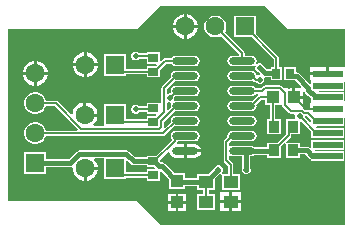
<source format=gtl>
G04*
G04 #@! TF.GenerationSoftware,Altium Limited,Altium Designer,22.6.1 (34)*
G04*
G04 Layer_Physical_Order=1*
G04 Layer_Color=255*
%FSLAX25Y25*%
%MOIN*%
G70*
G04*
G04 #@! TF.SameCoordinates,6A0AF7E6-2655-45A2-AC58-E928B373DE11*
G04*
G04*
G04 #@! TF.FilePolarity,Positive*
G04*
G01*
G75*
%ADD11C,0.01575*%
%ADD12C,0.00787*%
%ADD20R,0.05118X0.04331*%
%ADD24R,0.09843X0.02362*%
%ADD25R,0.02756X0.03347*%
%ADD26R,0.04331X0.04331*%
%ADD27R,0.03543X0.03937*%
%ADD28O,0.08661X0.02362*%
%ADD29R,0.03347X0.02756*%
%ADD30R,0.04331X0.04331*%
%ADD31R,0.06299X0.06299*%
%ADD32C,0.06299*%
%ADD33R,0.06299X0.06299*%
%ADD34C,0.01968*%
G36*
X467860Y396993D02*
X468155Y396796D01*
X468504Y396727D01*
X487278D01*
Y384547D01*
X487220Y384071D01*
X486778Y384071D01*
X481799D01*
Y381890D01*
X481299D01*
Y381390D01*
X475378D01*
Y379709D01*
X475409D01*
X475878Y379634D01*
X475878Y378752D01*
X475378Y378545D01*
X471991Y381932D01*
X471565Y382217D01*
X471063Y382317D01*
X470677D01*
Y384063D01*
X466921D01*
Y379716D01*
X469263D01*
X469390Y379691D01*
X470519D01*
X472567Y377643D01*
X472376Y377181D01*
X470579D01*
Y374516D01*
X473244D01*
Y375650D01*
X473744Y375801D01*
X473891Y375582D01*
X474917Y374556D01*
X475342Y374271D01*
X475473Y374246D01*
X475878Y373840D01*
Y372335D01*
X475409Y372260D01*
X475378D01*
Y370109D01*
X474909Y369703D01*
X473860D01*
X473396Y370166D01*
X473120Y370350D01*
X473113Y370388D01*
X473237Y370850D01*
X473244D01*
Y373516D01*
X470079D01*
Y374016D01*
X469579D01*
Y377181D01*
X466913D01*
X466913Y377181D01*
Y377181D01*
X466500Y377391D01*
X466172Y377719D01*
X465876Y377917D01*
X465528Y377986D01*
X460457D01*
X460108Y377917D01*
X459812Y377719D01*
X459146Y377053D01*
X457318D01*
X457118Y377354D01*
X456561Y377725D01*
X455905Y377856D01*
X449606D01*
X448950Y377725D01*
X448394Y377354D01*
X448023Y376798D01*
X447892Y376142D01*
X448023Y375486D01*
X448394Y374930D01*
X448950Y374558D01*
X449606Y374428D01*
X455905D01*
X456561Y374558D01*
X457118Y374930D01*
X457318Y375231D01*
X458089D01*
X458197Y375036D01*
X458241Y374730D01*
X458135Y374660D01*
X456260Y372785D01*
X455905Y372856D01*
X449606D01*
X448950Y372725D01*
X448394Y372354D01*
X448023Y371798D01*
X447892Y371142D01*
X448023Y370486D01*
X448394Y369930D01*
X448950Y369558D01*
X449606Y369428D01*
X455905D01*
X456561Y369558D01*
X457118Y369930D01*
X457489Y370486D01*
X457619Y371142D01*
X457549Y371497D01*
X459157Y373105D01*
X460327D01*
Y371350D01*
X462081D01*
Y366642D01*
X461114D01*
Y361705D01*
X465658D01*
Y366642D01*
X463903D01*
Y371350D01*
X465658D01*
Y371350D01*
X466142Y371313D01*
X466178Y371131D01*
X466375Y370836D01*
X468334Y368877D01*
X468630Y368680D01*
X468978Y368610D01*
X470227D01*
X470561Y368110D01*
X470490Y367939D01*
Y367348D01*
X470576Y367142D01*
X470242Y366642D01*
X467413D01*
Y362883D01*
X467396Y362795D01*
Y361795D01*
X464369Y358768D01*
X461114D01*
Y357530D01*
X456854D01*
X456561Y357725D01*
X455905Y357856D01*
X449606D01*
X448950Y357725D01*
X448884Y357681D01*
X448443Y357916D01*
Y358689D01*
X449252Y359498D01*
X449606Y359428D01*
X455905D01*
X456561Y359558D01*
X457118Y359930D01*
X457489Y360486D01*
X457619Y361142D01*
X457489Y361798D01*
X457118Y362354D01*
X456561Y362725D01*
X455905Y362856D01*
X449606D01*
X448950Y362725D01*
X448394Y362354D01*
X448023Y361798D01*
X447892Y361142D01*
X447963Y360787D01*
X446887Y359711D01*
X446690Y359416D01*
X446620Y359067D01*
Y353012D01*
X446690Y352664D01*
X446887Y352368D01*
X448104Y351151D01*
Y348433D01*
X446370D01*
X446219Y348433D01*
X446012Y348933D01*
X446140Y349061D01*
X446366Y349606D01*
Y350197D01*
X446140Y350742D01*
X445723Y351160D01*
X445177Y351386D01*
X444587D01*
X444041Y351160D01*
X443624Y350742D01*
X443452Y350328D01*
X441557Y348433D01*
X437689D01*
Y347228D01*
X433768D01*
Y348728D01*
X430293D01*
X427101Y351920D01*
X426676Y352205D01*
X426173Y352305D01*
X425733D01*
X425402Y352636D01*
Y353247D01*
X428028Y355874D01*
X428571Y355709D01*
X428654Y355291D01*
X429136Y354569D01*
X429858Y354087D01*
X430709Y353918D01*
X433358D01*
Y356142D01*
Y358366D01*
X431227D01*
X431020Y358866D01*
X431052Y358897D01*
X431249Y359192D01*
X431296Y359428D01*
X437008D01*
X437664Y359558D01*
X438220Y359930D01*
X438591Y360486D01*
X438722Y361142D01*
X438591Y361798D01*
X438220Y362354D01*
X437664Y362725D01*
X437008Y362856D01*
X430709D01*
X430053Y362725D01*
X429497Y362354D01*
X429125Y361798D01*
X428995Y361142D01*
X429125Y360486D01*
X429496Y359930D01*
Y359919D01*
X424113Y354535D01*
X421055D01*
Y353970D01*
X417190D01*
X415204Y355956D01*
X414779Y356240D01*
X414276Y356340D01*
X398592D01*
X398090Y356240D01*
X397664Y355956D01*
X395068Y353360D01*
X387508D01*
Y355697D01*
X380209D01*
Y348398D01*
X387508D01*
Y350735D01*
X395612D01*
X395862Y350784D01*
X396331Y350466D01*
X396362Y350413D01*
Y349847D01*
X396645Y348792D01*
X397191Y347846D01*
X397964Y347073D01*
X398910Y346527D01*
X399966Y346244D01*
X400012D01*
Y350394D01*
X400512D01*
Y350894D01*
X404661D01*
Y350940D01*
X404379Y351995D01*
X403832Y352942D01*
X403559Y353215D01*
X403766Y353715D01*
X406862D01*
Y346744D01*
X414161D01*
Y347219D01*
X421055D01*
Y346252D01*
X425402D01*
Y349200D01*
X425902Y349408D01*
X428437Y346872D01*
Y343398D01*
X433768D01*
Y344603D01*
X437689D01*
Y343102D01*
X439837D01*
Y341937D01*
X437689D01*
Y336606D01*
X443807D01*
Y341937D01*
X441659D01*
Y343102D01*
X443807D01*
Y346970D01*
X445308Y348472D01*
X445507Y348554D01*
X445957Y348224D01*
X445957Y348043D01*
X445957Y348043D01*
X445957Y348042D01*
Y343102D01*
X452075D01*
Y348433D01*
X449927D01*
Y351528D01*
X449858Y351877D01*
X449660Y352172D01*
X448443Y353390D01*
Y354367D01*
X448884Y354603D01*
X448950Y354558D01*
X449606Y354428D01*
X452920D01*
Y350611D01*
X452748Y350197D01*
Y349606D01*
X452974Y349061D01*
X453392Y348643D01*
X453937Y348417D01*
X454528D01*
X455073Y348643D01*
X455491Y349061D01*
X455717Y349606D01*
Y350197D01*
X455545Y350611D01*
Y354428D01*
X455905D01*
X456561Y354558D01*
X457080Y354904D01*
X461114D01*
Y353831D01*
X465658D01*
Y357479D01*
X466913Y358735D01*
X467413Y358528D01*
X467413Y358367D01*
Y353831D01*
X471957D01*
Y354987D01*
X473866D01*
X475253Y353599D01*
X475679Y353315D01*
X475878Y353275D01*
Y352650D01*
X486721D01*
Y356012D01*
X476935D01*
X476885Y356087D01*
X477152Y356587D01*
X486721D01*
Y359949D01*
X475878D01*
Y357340D01*
X475416Y357149D01*
X475338Y357227D01*
X474912Y357512D01*
X474409Y357612D01*
X471957D01*
Y358768D01*
X467827D01*
X467653Y358768D01*
X467446Y359268D01*
X468951Y360773D01*
X469149Y361069D01*
X469218Y361417D01*
Y361705D01*
X471957D01*
Y365811D01*
X472457Y366018D01*
X475878Y362597D01*
Y360524D01*
X486721D01*
Y363886D01*
X477548D01*
X477498Y363961D01*
X477765Y364461D01*
X486721D01*
Y367209D01*
X487220Y367463D01*
X487278Y367421D01*
Y331620D01*
X425574D01*
X417967Y339227D01*
X417671Y339424D01*
X417323Y339494D01*
X374927D01*
Y396727D01*
X417323D01*
X417671Y396796D01*
X417967Y396993D01*
X425574Y404601D01*
X460253D01*
X467860Y396993D01*
D02*
G37*
G36*
X487278Y379232D02*
Y372736D01*
X487220Y372694D01*
X486721Y372949D01*
Y375697D01*
X481032D01*
X480905Y375722D01*
X478126D01*
X478093Y375772D01*
X478361Y376272D01*
X486721D01*
X486721Y379020D01*
X487220Y379274D01*
X487278Y379232D01*
D02*
G37*
G36*
X475878Y366534D02*
Y365828D01*
X475416Y365636D01*
X473672Y367380D01*
X473879Y367880D01*
X474532D01*
X475878Y366534D01*
D02*
G37*
G36*
X415718Y351729D02*
X416144Y351445D01*
X416646Y351345D01*
X421055D01*
Y350780D01*
X423435D01*
X423668Y350484D01*
X423457Y350008D01*
X421055D01*
Y349041D01*
X414161D01*
Y352633D01*
X414623Y352824D01*
X415718Y351729D01*
D02*
G37*
%LPC*%
G36*
X434444Y401787D02*
X434398D01*
Y398138D01*
X438047D01*
Y398184D01*
X437765Y399239D01*
X437218Y400186D01*
X436446Y400958D01*
X435499Y401505D01*
X434444Y401787D01*
D02*
G37*
G36*
X433398D02*
X433351D01*
X432296Y401505D01*
X431350Y400958D01*
X430577Y400186D01*
X430031Y399239D01*
X429748Y398184D01*
Y398138D01*
X433398D01*
Y401787D01*
D02*
G37*
G36*
X438047Y397138D02*
X434398D01*
Y393488D01*
X434444D01*
X435499Y393771D01*
X436446Y394317D01*
X437218Y395090D01*
X437765Y396036D01*
X438047Y397092D01*
Y397138D01*
D02*
G37*
G36*
X433398D02*
X429748D01*
Y397092D01*
X430031Y396036D01*
X430577Y395090D01*
X431350Y394317D01*
X432296Y393771D01*
X433351Y393488D01*
X433398D01*
Y397138D01*
D02*
G37*
G36*
X401058Y388992D02*
X401012D01*
Y385343D01*
X404661D01*
Y385389D01*
X404379Y386444D01*
X403832Y387390D01*
X403060Y388163D01*
X402113Y388709D01*
X401058Y388992D01*
D02*
G37*
G36*
X400012D02*
X399966D01*
X398910Y388709D01*
X397964Y388163D01*
X397191Y387390D01*
X396645Y386444D01*
X396362Y385389D01*
Y385343D01*
X400012D01*
Y388992D01*
D02*
G37*
G36*
X417618Y389280D02*
X417028D01*
X416482Y389054D01*
X416065Y388636D01*
X415839Y388090D01*
Y387500D01*
X416065Y386954D01*
X416482Y386537D01*
X417028Y386311D01*
X417618D01*
X418164Y386537D01*
X418511Y386884D01*
X421055D01*
Y385228D01*
X424136D01*
X424335Y384771D01*
X424079Y384457D01*
X421055D01*
Y383490D01*
X414161D01*
Y388492D01*
X406862D01*
Y381193D01*
X414161D01*
Y381667D01*
X421055D01*
Y380701D01*
X425402D01*
Y383168D01*
X427464Y385230D01*
X429296D01*
X429497Y384930D01*
X430053Y384558D01*
X430709Y384428D01*
X437008D01*
X437664Y384558D01*
X438220Y384930D01*
X438591Y385486D01*
X438722Y386142D01*
X438591Y386798D01*
X438220Y387354D01*
X437664Y387725D01*
X437008Y387856D01*
X430709D01*
X430053Y387725D01*
X429497Y387354D01*
X429296Y387053D01*
X427087D01*
X426738Y386984D01*
X426442Y386786D01*
X425864Y386207D01*
X425402Y386399D01*
Y388984D01*
X421055D01*
Y388706D01*
X418511D01*
X418164Y389054D01*
X417618Y389280D01*
D02*
G37*
G36*
X457547Y401287D02*
X450248D01*
Y393988D01*
X456259D01*
X463361Y386886D01*
Y384063D01*
X462394D01*
Y383407D01*
X461075D01*
X460016Y384467D01*
X459920Y384699D01*
X459502Y385117D01*
X458957Y385343D01*
X458366D01*
X457853Y385130D01*
X457819Y385145D01*
X457489Y385486D01*
X457619Y386142D01*
X457489Y386798D01*
X457118Y387354D01*
X456561Y387725D01*
X455905Y387856D01*
X453667D01*
Y388779D01*
X453598Y389128D01*
X453400Y389424D01*
X447041Y395783D01*
X447298Y396229D01*
X447547Y397157D01*
Y398118D01*
X447298Y399046D01*
X446818Y399879D01*
X446139Y400558D01*
X445306Y401039D01*
X444378Y401287D01*
X443417D01*
X442489Y401039D01*
X441657Y400558D01*
X440977Y399879D01*
X440497Y399046D01*
X440248Y398118D01*
Y397157D01*
X440497Y396229D01*
X440977Y395397D01*
X441657Y394717D01*
X442489Y394237D01*
X443417Y393988D01*
X444378D01*
X445306Y394237D01*
X445752Y394494D01*
X451845Y388402D01*
Y387856D01*
X449606D01*
X448950Y387725D01*
X448394Y387354D01*
X448023Y386798D01*
X447892Y386142D01*
X448023Y385486D01*
X448394Y384930D01*
X448950Y384558D01*
X449606Y384428D01*
X455905D01*
X456561Y384558D01*
X456896Y384782D01*
X457300Y384450D01*
X457177Y384154D01*
Y383563D01*
X457403Y383017D01*
X457821Y382600D01*
X458366Y382374D01*
X458396D01*
X458864Y381906D01*
X458657Y381405D01*
X458366D01*
X458099Y381295D01*
X457548Y381546D01*
X457536Y381562D01*
X457489Y381798D01*
X457118Y382354D01*
X456561Y382725D01*
X455905Y382856D01*
X449606D01*
X448950Y382725D01*
X448394Y382354D01*
X448023Y381798D01*
X447892Y381142D01*
X448023Y380486D01*
X448394Y379930D01*
X448950Y379558D01*
X449606Y379428D01*
X455905D01*
X456561Y379558D01*
X456601Y379584D01*
X456908Y379277D01*
X457203Y379079D01*
X457454Y379030D01*
X457821Y378663D01*
X458366Y378437D01*
X458957D01*
X459502Y378663D01*
X459920Y379081D01*
X460146Y379626D01*
Y380217D01*
X460086Y380361D01*
X460445Y380799D01*
X460532Y380782D01*
X462394D01*
Y379716D01*
X466150D01*
Y384063D01*
X465183D01*
Y387264D01*
X465113Y387613D01*
X464916Y387908D01*
X457547Y395277D01*
Y401287D01*
D02*
G37*
G36*
X384405Y386197D02*
X384358D01*
Y382547D01*
X388008D01*
Y382594D01*
X387725Y383649D01*
X387179Y384595D01*
X386406Y385368D01*
X385460Y385914D01*
X384405Y386197D01*
D02*
G37*
G36*
X383358D02*
X383312D01*
X382257Y385914D01*
X381310Y385368D01*
X380538Y384595D01*
X379992Y383649D01*
X379709Y382594D01*
Y382547D01*
X383358D01*
Y386197D01*
D02*
G37*
G36*
X480799Y384071D02*
X475378D01*
Y382390D01*
X480799D01*
Y384071D01*
D02*
G37*
G36*
X404661Y384343D02*
X401012D01*
Y380693D01*
X401058D01*
X402113Y380976D01*
X403060Y381522D01*
X403832Y382295D01*
X404379Y383241D01*
X404661Y384296D01*
Y384343D01*
D02*
G37*
G36*
X400012D02*
X396362D01*
Y384296D01*
X396645Y383241D01*
X397191Y382295D01*
X397964Y381522D01*
X398910Y380976D01*
X399966Y380693D01*
X400012D01*
Y384343D01*
D02*
G37*
G36*
X437008Y382856D02*
X430709D01*
X430053Y382725D01*
X429497Y382354D01*
X429125Y381798D01*
X428995Y381142D01*
X429065Y380787D01*
X426183Y377905D01*
X425986Y377609D01*
X425916Y377261D01*
Y369962D01*
X425823Y369899D01*
X425323Y370166D01*
Y372252D01*
X420976D01*
Y370990D01*
X418511D01*
X418164Y371337D01*
X417618Y371563D01*
X417028D01*
X416482Y371337D01*
X416065Y370919D01*
X415839Y370374D01*
Y369783D01*
X416065Y369238D01*
X416482Y368820D01*
X417028Y368595D01*
X417618D01*
X418164Y368820D01*
X418511Y369167D01*
X420976D01*
Y368496D01*
X424058D01*
X424256Y368039D01*
X424000Y367724D01*
X420976D01*
Y366758D01*
X414083D01*
Y371760D01*
X406783D01*
Y364486D01*
X403384D01*
X403177Y364986D01*
X403754Y365562D01*
X404300Y366509D01*
X404583Y367564D01*
Y367610D01*
X400433D01*
Y368110D01*
X399933D01*
Y372260D01*
X399887D01*
X398831Y371977D01*
X397885Y371431D01*
X397113Y370658D01*
X396566Y369712D01*
X396284Y368657D01*
Y368484D01*
X395821Y368292D01*
X391422Y372692D01*
X391127Y372889D01*
X390778Y372958D01*
X387392D01*
X387259Y373456D01*
X386779Y374288D01*
X386099Y374968D01*
X385267Y375448D01*
X384339Y375697D01*
X383378D01*
X382450Y375448D01*
X381617Y374968D01*
X380938Y374288D01*
X380457Y373456D01*
X380209Y372528D01*
Y371567D01*
X380457Y370638D01*
X380938Y369806D01*
X381617Y369127D01*
X382450Y368646D01*
X383378Y368398D01*
X384339D01*
X385267Y368646D01*
X386099Y369127D01*
X386779Y369806D01*
X387259Y370638D01*
X387392Y371136D01*
X390401D01*
X398116Y363420D01*
X397925Y362958D01*
X387392D01*
X387259Y363456D01*
X386779Y364288D01*
X386099Y364968D01*
X385267Y365448D01*
X384339Y365697D01*
X383378D01*
X382450Y365448D01*
X381617Y364968D01*
X380938Y364288D01*
X380457Y363456D01*
X380209Y362528D01*
Y361567D01*
X380457Y360638D01*
X380938Y359806D01*
X381617Y359127D01*
X382450Y358646D01*
X383378Y358398D01*
X384339D01*
X385267Y358646D01*
X386099Y359127D01*
X386779Y359806D01*
X387259Y360638D01*
X387392Y361136D01*
X426614D01*
X426963Y361205D01*
X427258Y361403D01*
X430354Y364498D01*
X430709Y364428D01*
X437008D01*
X437664Y364558D01*
X438220Y364930D01*
X438591Y365486D01*
X438722Y366142D01*
X438591Y366798D01*
X438220Y367354D01*
X437664Y367725D01*
X437008Y367856D01*
X430709D01*
X430053Y367725D01*
X429497Y367354D01*
X429125Y366798D01*
X428995Y366142D01*
X429065Y365787D01*
X427078Y363800D01*
X426617Y364046D01*
X426628Y364098D01*
Y365764D01*
X430360Y369497D01*
X430709Y369428D01*
X437008D01*
X437664Y369558D01*
X438220Y369930D01*
X438591Y370486D01*
X438722Y371142D01*
X438591Y371798D01*
X438220Y372354D01*
X437664Y372725D01*
X437008Y372856D01*
X430709D01*
X430421Y372798D01*
X430064Y373237D01*
X430190Y373540D01*
Y374031D01*
X430607Y374448D01*
X430709Y374428D01*
X437008D01*
X437664Y374558D01*
X438220Y374930D01*
X438591Y375486D01*
X438722Y376142D01*
X438591Y376798D01*
X438220Y377354D01*
X437664Y377725D01*
X437008Y377856D01*
X430709D01*
X430053Y377725D01*
X429497Y377354D01*
X429125Y376798D01*
X428995Y376142D01*
X429073Y375749D01*
X428703Y375320D01*
X428410D01*
X428239Y375249D01*
X427739Y375583D01*
Y376883D01*
X430354Y379498D01*
X430709Y379428D01*
X437008D01*
X437664Y379558D01*
X438220Y379930D01*
X438591Y380486D01*
X438722Y381142D01*
X438591Y381798D01*
X438220Y382354D01*
X437664Y382725D01*
X437008Y382856D01*
D02*
G37*
G36*
X388008Y381547D02*
X384358D01*
Y377898D01*
X384405D01*
X385460Y378180D01*
X386406Y378727D01*
X387179Y379499D01*
X387725Y380446D01*
X388008Y381501D01*
Y381547D01*
D02*
G37*
G36*
X383358D02*
X379709D01*
Y381501D01*
X379992Y380446D01*
X380538Y379499D01*
X381310Y378727D01*
X382257Y378180D01*
X383312Y377898D01*
X383358D01*
Y381547D01*
D02*
G37*
G36*
X400979Y372260D02*
X400933D01*
Y368610D01*
X404583D01*
Y368657D01*
X404300Y369712D01*
X403754Y370658D01*
X402981Y371431D01*
X402035Y371977D01*
X400979Y372260D01*
D02*
G37*
G36*
X455905Y367856D02*
X449606D01*
X448950Y367725D01*
X448394Y367354D01*
X448023Y366798D01*
X447892Y366142D01*
X448023Y365486D01*
X448394Y364930D01*
X448950Y364558D01*
X449606Y364428D01*
X455905D01*
X456561Y364558D01*
X457118Y364930D01*
X457489Y365486D01*
X457619Y366142D01*
X457489Y366798D01*
X457118Y367354D01*
X456561Y367725D01*
X455905Y367856D01*
D02*
G37*
G36*
X437008Y358366D02*
X434358D01*
Y356642D01*
X439132D01*
X439062Y356993D01*
X438580Y357714D01*
X437859Y358196D01*
X437008Y358366D01*
D02*
G37*
G36*
X439132Y355642D02*
X434358D01*
Y353918D01*
X437008D01*
X437859Y354087D01*
X438580Y354569D01*
X439062Y355291D01*
X439132Y355642D01*
D02*
G37*
G36*
X404661Y349894D02*
X401012D01*
Y346244D01*
X401058D01*
X402113Y346527D01*
X403060Y347073D01*
X403832Y347846D01*
X404379Y348792D01*
X404661Y349847D01*
Y349894D01*
D02*
G37*
G36*
X452575Y342437D02*
X449516D01*
Y339772D01*
X452575D01*
Y342437D01*
D02*
G37*
G36*
X448516D02*
X445457D01*
Y339772D01*
X448516D01*
Y342437D01*
D02*
G37*
G36*
X434055Y341929D02*
X431496D01*
Y339370D01*
X434055D01*
Y341929D01*
D02*
G37*
G36*
X430709D02*
X428150D01*
Y339370D01*
X430709D01*
Y341929D01*
D02*
G37*
G36*
X452575Y338772D02*
X449516D01*
Y336106D01*
X452575D01*
Y338772D01*
D02*
G37*
G36*
X448516D02*
X445457D01*
Y336106D01*
X448516D01*
Y338772D01*
D02*
G37*
G36*
X434055Y338583D02*
X431496D01*
Y336024D01*
X434055D01*
Y338583D01*
D02*
G37*
G36*
X430709D02*
X428150D01*
Y336024D01*
X430709D01*
Y338583D01*
D02*
G37*
%LPD*%
G36*
X428410Y372351D02*
X428894D01*
X429108Y372085D01*
X429186Y371889D01*
X429125Y371798D01*
X428995Y371142D01*
X429067Y370780D01*
X428201Y369915D01*
X427739Y370106D01*
Y372088D01*
X428239Y372422D01*
X428410Y372351D01*
D02*
G37*
D11*
X458768Y383858D02*
X460532Y382095D01*
X458661Y383858D02*
X458768D01*
X464067Y382095D02*
X464272Y381890D01*
X460532Y382095D02*
X464067D01*
X477165Y374410D02*
X480905D01*
X471063Y381004D02*
X474819Y377248D01*
Y376510D02*
Y377248D01*
X469390Y381004D02*
X471063D01*
X480905Y374410D02*
X481299Y374016D01*
X475845Y375484D02*
X476090D01*
X477165Y374410D01*
X468799Y381594D02*
Y381890D01*
X474819Y376510D02*
X475845Y375484D01*
X468799Y381594D02*
X469390Y381004D01*
X481102Y354528D02*
X481299Y354331D01*
X469685Y356299D02*
X474409D01*
X476181Y354528D01*
X481102D01*
X454050Y356217D02*
X463304D01*
X463386Y356299D01*
X454050Y356142D02*
X454232Y355960D01*
X452756Y356142D02*
X454050D01*
X454232Y349902D02*
Y355960D01*
X440748Y345768D02*
X444882Y349902D01*
X426173Y350992D02*
X431250Y345915D01*
X440600D01*
X440748Y345768D01*
X423524Y352658D02*
X425189Y350992D01*
X426173D01*
X395612Y352047D02*
X398592Y355028D01*
X414276D01*
X416646Y352658D01*
X423228D01*
X383858Y352047D02*
X395612D01*
D12*
X460457Y377075D02*
X465528D01*
X467020Y375583D01*
Y371480D02*
Y375583D01*
Y371480D02*
X468978Y369522D01*
X470079Y374016D02*
X474016Y370079D01*
X472120Y367644D02*
X477559Y362205D01*
X473483Y368791D02*
X474909D01*
X472752Y369522D02*
X473483Y368791D01*
X474016Y370079D02*
X481299D01*
X468978Y369522D02*
X472752D01*
X474909Y368791D02*
X477559Y366142D01*
X471974Y367644D02*
X472120D01*
X417323Y387795D02*
X422539D01*
X423228Y387106D01*
X417323Y370079D02*
X422854D01*
X423150Y370374D01*
X383858Y362047D02*
X426614D01*
X430709Y366142D01*
X390778Y372047D02*
X399250Y363575D01*
X425193D01*
X464272Y382185D02*
Y387264D01*
X456332Y381142D02*
X457552Y379921D01*
X458661D01*
X453898Y397638D02*
X464272Y387264D01*
X468307Y362795D02*
X469685Y364173D01*
X463386Y356299D02*
Y356496D01*
X468307Y361417D01*
Y362795D01*
X462992Y364567D02*
X463386Y364173D01*
X462992Y364567D02*
Y374016D01*
X455905Y371142D02*
X458779Y374016D01*
X462992D01*
X452756Y371142D02*
X455905D01*
X430407Y359541D02*
Y360414D01*
X431135Y361142D01*
X433858D01*
X423228Y352658D02*
X423524D01*
X430407Y359541D01*
X427087Y386142D02*
X433858D01*
X423524Y382579D02*
X427087Y386142D01*
X412776Y382579D02*
X423228D01*
X423524D01*
X412697Y365846D02*
X423445D01*
X410433Y368110D02*
X412697Y365846D01*
X426828Y377261D02*
X430709Y381142D01*
X423445Y365846D02*
X426828Y369229D01*
X428706Y373836D02*
X431012Y376142D01*
X426828Y369229D02*
Y377261D01*
X431012Y376142D02*
X433858D01*
X410512Y350394D02*
X412776Y348130D01*
X423228D01*
X430709Y381142D02*
X433858D01*
X410512Y384842D02*
X412776Y382579D01*
X477559Y362205D02*
X481299D01*
X452756Y381142D02*
X456332D01*
X452756Y376142D02*
X459523D01*
X460457Y377075D01*
X477559Y366142D02*
X481299D01*
X440748Y339272D02*
Y345768D01*
X449606Y361142D02*
X452756D01*
X447532Y353012D02*
Y359067D01*
Y353012D02*
X449016Y351528D01*
Y345768D02*
Y351528D01*
X447532Y359067D02*
X449606Y361142D01*
X452756Y386142D02*
Y388779D01*
X443898Y397638D02*
X452756Y388779D01*
X430709Y366142D02*
X433858D01*
X430717Y371142D02*
X433858D01*
X425716Y366142D02*
X430717Y371142D01*
X425193Y363575D02*
X425716Y364098D01*
X383858Y372047D02*
X390778D01*
X425716Y364098D02*
Y366142D01*
D20*
X440748Y345768D02*
D03*
X449016D02*
D03*
Y339272D02*
D03*
X440748D02*
D03*
D24*
X481299Y354331D02*
D03*
Y358268D02*
D03*
Y362205D02*
D03*
Y366142D02*
D03*
Y370079D02*
D03*
Y374016D02*
D03*
Y377953D02*
D03*
Y381890D02*
D03*
D25*
X468799D02*
D03*
X464272D02*
D03*
D26*
X470079Y374016D02*
D03*
X462992D02*
D03*
D27*
X469685Y364173D02*
D03*
X463386D02*
D03*
Y356299D02*
D03*
X469685D02*
D03*
D28*
X452756Y356142D02*
D03*
Y361142D02*
D03*
Y366142D02*
D03*
X452756Y371142D02*
D03*
X452756Y376142D02*
D03*
Y381142D02*
D03*
Y386142D02*
D03*
X433858Y356142D02*
D03*
Y361142D02*
D03*
Y366142D02*
D03*
X433858Y371142D02*
D03*
X433858Y376142D02*
D03*
Y381142D02*
D03*
Y386142D02*
D03*
D29*
X423228Y382579D02*
D03*
Y387106D02*
D03*
X423150Y365846D02*
D03*
Y370374D02*
D03*
X423228Y348130D02*
D03*
Y352658D02*
D03*
D30*
X431102Y338976D02*
D03*
Y346063D02*
D03*
D31*
X453898Y397638D02*
D03*
X410512Y350394D02*
D03*
X410433Y368110D02*
D03*
X410512Y384842D02*
D03*
D32*
X443898Y397638D02*
D03*
X433898D02*
D03*
X400512Y350394D02*
D03*
X400433Y368110D02*
D03*
X400512Y384842D02*
D03*
X383858Y382047D02*
D03*
Y372047D02*
D03*
Y362047D02*
D03*
D33*
Y352047D02*
D03*
D34*
X486221Y393701D02*
D03*
X484252Y389764D02*
D03*
X486221Y385827D02*
D03*
X484252Y350394D02*
D03*
X486221Y346457D02*
D03*
X484252Y342520D02*
D03*
X486221Y338583D02*
D03*
X484252Y334646D02*
D03*
X482284Y393701D02*
D03*
X480315Y389764D02*
D03*
X482284Y385827D02*
D03*
X480315Y350394D02*
D03*
X482284Y346457D02*
D03*
X480315Y342520D02*
D03*
X482284Y338583D02*
D03*
X480315Y334646D02*
D03*
X478347Y393701D02*
D03*
X476378Y389764D02*
D03*
X478347Y385827D02*
D03*
X476378Y350394D02*
D03*
X478347Y346457D02*
D03*
X476378Y342520D02*
D03*
X478347Y338583D02*
D03*
X476378Y334646D02*
D03*
X474410Y393701D02*
D03*
X472441Y389764D02*
D03*
X474410Y385827D02*
D03*
X472441Y350394D02*
D03*
X474410Y346457D02*
D03*
X472441Y342520D02*
D03*
X474410Y338583D02*
D03*
X472441Y334646D02*
D03*
X470473Y393701D02*
D03*
X468504Y389764D02*
D03*
X470473Y385827D02*
D03*
X468504Y350394D02*
D03*
X470473Y346457D02*
D03*
X468504Y342520D02*
D03*
X470473Y338583D02*
D03*
X468504Y334646D02*
D03*
X464567Y397638D02*
D03*
X466536Y393701D02*
D03*
X464567Y389764D02*
D03*
X466536Y385827D02*
D03*
X464567Y350394D02*
D03*
X466536Y346457D02*
D03*
X464567Y342520D02*
D03*
X466536Y338583D02*
D03*
X464567Y334646D02*
D03*
X460630Y397638D02*
D03*
X462599Y393701D02*
D03*
X460630Y350394D02*
D03*
X462599Y346457D02*
D03*
X460630Y342520D02*
D03*
X462599Y338583D02*
D03*
X460630Y334646D02*
D03*
X458662Y401575D02*
D03*
X456693Y389764D02*
D03*
X458662Y362205D02*
D03*
X456693Y350394D02*
D03*
X458662Y346457D02*
D03*
X456693Y342520D02*
D03*
X458662Y338583D02*
D03*
X456693Y334646D02*
D03*
X454725Y346457D02*
D03*
Y338583D02*
D03*
X452756Y334646D02*
D03*
X448819Y397638D02*
D03*
Y389764D02*
D03*
Y334646D02*
D03*
X446851Y401575D02*
D03*
X444882Y389764D02*
D03*
X446851Y385827D02*
D03*
X444882Y381890D02*
D03*
X446851Y377953D02*
D03*
X444882Y374016D02*
D03*
X446851Y370079D02*
D03*
X444882Y366142D02*
D03*
X446851Y362205D02*
D03*
X444882Y358268D02*
D03*
Y334646D02*
D03*
X440945Y389764D02*
D03*
X442914Y385827D02*
D03*
X440945Y381890D02*
D03*
X442914Y377953D02*
D03*
X440945Y374016D02*
D03*
X442914Y370079D02*
D03*
X440945Y366142D02*
D03*
X442914Y362205D02*
D03*
X440945Y358268D02*
D03*
X442914Y354331D02*
D03*
X440945Y350394D02*
D03*
Y334646D02*
D03*
X438977Y401575D02*
D03*
Y393701D02*
D03*
X437008Y389764D02*
D03*
Y334646D02*
D03*
X433071Y389764D02*
D03*
Y334646D02*
D03*
X429134Y389764D02*
D03*
Y334646D02*
D03*
X427166Y401575D02*
D03*
X425197Y397638D02*
D03*
X427166Y393701D02*
D03*
X425197Y358268D02*
D03*
X427166Y346457D02*
D03*
X425197Y342520D02*
D03*
Y334646D02*
D03*
X421260Y397638D02*
D03*
X423229Y393701D02*
D03*
Y377953D02*
D03*
X421260Y374016D02*
D03*
Y358268D02*
D03*
Y342520D02*
D03*
X423229Y338583D02*
D03*
X419292Y393701D02*
D03*
Y385827D02*
D03*
Y377953D02*
D03*
X417323Y342520D02*
D03*
X415355Y393701D02*
D03*
X413386Y389764D02*
D03*
X415355Y385827D02*
D03*
Y377953D02*
D03*
X413386Y374016D02*
D03*
Y358268D02*
D03*
Y342520D02*
D03*
X411417Y393701D02*
D03*
X409449Y389764D02*
D03*
X411417Y377953D02*
D03*
X409449Y374016D02*
D03*
Y342520D02*
D03*
X407480Y393701D02*
D03*
X405512Y389764D02*
D03*
Y381890D02*
D03*
X407480Y377953D02*
D03*
X405512Y374016D02*
D03*
Y366142D02*
D03*
Y350394D02*
D03*
Y342520D02*
D03*
X403544Y393701D02*
D03*
Y377953D02*
D03*
X401575Y374016D02*
D03*
Y342520D02*
D03*
X399606Y393701D02*
D03*
X397638Y389764D02*
D03*
X399606Y377953D02*
D03*
X397638Y374016D02*
D03*
Y358268D02*
D03*
Y342520D02*
D03*
X395670Y393701D02*
D03*
X393701Y389764D02*
D03*
Y381890D02*
D03*
X395670Y377953D02*
D03*
X393701Y374016D02*
D03*
Y366142D02*
D03*
Y358268D02*
D03*
X395670Y346457D02*
D03*
X393701Y342520D02*
D03*
X391733Y393701D02*
D03*
X389764Y389764D02*
D03*
X391733Y385827D02*
D03*
X389764Y381890D02*
D03*
X391733Y377953D02*
D03*
X389764Y374016D02*
D03*
Y366142D02*
D03*
Y358268D02*
D03*
X391733Y346457D02*
D03*
X389764Y342520D02*
D03*
X387795Y393701D02*
D03*
X385827Y389764D02*
D03*
X387795Y385827D02*
D03*
Y377953D02*
D03*
Y346457D02*
D03*
X385827Y342520D02*
D03*
X383858Y393701D02*
D03*
X381890Y389764D02*
D03*
X383858Y346457D02*
D03*
X381890Y342520D02*
D03*
X379922Y393701D02*
D03*
X377953Y389764D02*
D03*
X379922Y385827D02*
D03*
X377953Y381890D02*
D03*
X379922Y377953D02*
D03*
X377953Y374016D02*
D03*
Y366142D02*
D03*
Y358268D02*
D03*
Y350394D02*
D03*
X379922Y346457D02*
D03*
X377953Y342520D02*
D03*
X435039Y350394D02*
D03*
X460630Y360236D02*
D03*
X458661Y368110D02*
D03*
X473352Y360667D02*
D03*
X468504Y377953D02*
D03*
X471974Y367644D02*
D03*
X417323Y387795D02*
D03*
Y370079D02*
D03*
X458661Y383858D02*
D03*
Y379921D02*
D03*
X454232Y349902D02*
D03*
X444882D02*
D03*
X428706Y373836D02*
D03*
M02*

</source>
